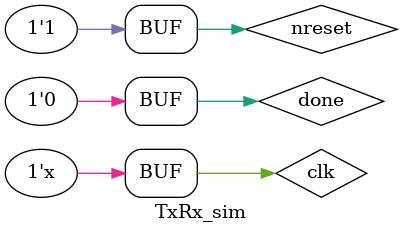
<source format=v>
`timescale 1ns / 1ps


module TxRx_sim();

  reg clk;
  reg done;
  wire [7:0]dout;
  wire dout_valid;
  reg nreset;

TxRx_Design_wrapper TxRx_Design_wrapper_inst
   (.clk(clk),
    .done(done),
    .dout(dout),
    .dout_valid(dout_valid),
    .nreset(nreset)
    );

always
    #5  clk     =   ~clk;
    
initial begin
        clk     =   1;
        done    =   0;
        nreset  =   0;
    #40 nreset  =   1;
end

endmodule

</source>
